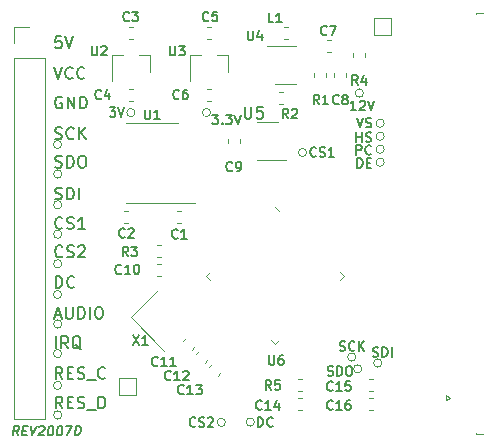
<source format=gbr>
%TF.GenerationSoftware,KiCad,Pcbnew,(5.1.6-0-10_14)*%
%TF.CreationDate,2020-07-08T18:10:58+02:00*%
%TF.ProjectId,driver-board,64726976-6572-42d6-926f-6172642e6b69,rev?*%
%TF.SameCoordinates,Original*%
%TF.FileFunction,Legend,Top*%
%TF.FilePolarity,Positive*%
%FSLAX46Y46*%
G04 Gerber Fmt 4.6, Leading zero omitted, Abs format (unit mm)*
G04 Created by KiCad (PCBNEW (5.1.6-0-10_14)) date 2020-07-08 18:10:58*
%MOMM*%
%LPD*%
G01*
G04 APERTURE LIST*
%ADD10C,0.150000*%
%ADD11C,0.120000*%
G04 APERTURE END LIST*
D10*
X111249880Y-84336904D02*
X111030833Y-83955952D01*
X110792738Y-84336904D02*
X110892738Y-83536904D01*
X111197500Y-83536904D01*
X111268928Y-83575000D01*
X111302261Y-83613095D01*
X111330833Y-83689285D01*
X111316547Y-83803571D01*
X111268928Y-83879761D01*
X111226071Y-83917857D01*
X111145119Y-83955952D01*
X110840357Y-83955952D01*
X111645119Y-83917857D02*
X111911785Y-83917857D01*
X111973690Y-84336904D02*
X111592738Y-84336904D01*
X111692738Y-83536904D01*
X112073690Y-83536904D01*
X112302261Y-83536904D02*
X112468928Y-84336904D01*
X112835595Y-83536904D01*
X113054642Y-83613095D02*
X113097500Y-83575000D01*
X113178452Y-83536904D01*
X113368928Y-83536904D01*
X113440357Y-83575000D01*
X113473690Y-83613095D01*
X113502261Y-83689285D01*
X113492738Y-83765476D01*
X113440357Y-83879761D01*
X112926071Y-84336904D01*
X113421309Y-84336904D01*
X114016547Y-83536904D02*
X114092738Y-83536904D01*
X114164166Y-83575000D01*
X114197500Y-83613095D01*
X114226071Y-83689285D01*
X114245119Y-83841666D01*
X114221309Y-84032142D01*
X114164166Y-84184523D01*
X114116547Y-84260714D01*
X114073690Y-84298809D01*
X113992738Y-84336904D01*
X113916547Y-84336904D01*
X113845119Y-84298809D01*
X113811785Y-84260714D01*
X113783214Y-84184523D01*
X113764166Y-84032142D01*
X113787976Y-83841666D01*
X113845119Y-83689285D01*
X113892738Y-83613095D01*
X113935595Y-83575000D01*
X114016547Y-83536904D01*
X114778452Y-83536904D02*
X114854642Y-83536904D01*
X114926071Y-83575000D01*
X114959404Y-83613095D01*
X114987976Y-83689285D01*
X115007023Y-83841666D01*
X114983214Y-84032142D01*
X114926071Y-84184523D01*
X114878452Y-84260714D01*
X114835595Y-84298809D01*
X114754642Y-84336904D01*
X114678452Y-84336904D01*
X114607023Y-84298809D01*
X114573690Y-84260714D01*
X114545119Y-84184523D01*
X114526071Y-84032142D01*
X114549880Y-83841666D01*
X114607023Y-83689285D01*
X114654642Y-83613095D01*
X114697500Y-83575000D01*
X114778452Y-83536904D01*
X115311785Y-83536904D02*
X115845119Y-83536904D01*
X115402261Y-84336904D01*
X116049880Y-84336904D02*
X116149880Y-83536904D01*
X116340357Y-83536904D01*
X116449880Y-83575000D01*
X116516547Y-83651190D01*
X116545119Y-83727380D01*
X116564166Y-83879761D01*
X116549880Y-83994047D01*
X116492738Y-84146428D01*
X116445119Y-84222619D01*
X116359404Y-84298809D01*
X116240357Y-84336904D01*
X116049880Y-84336904D01*
X131540476Y-83586904D02*
X131540476Y-82786904D01*
X131730952Y-82786904D01*
X131845238Y-82825000D01*
X131921428Y-82901190D01*
X131959523Y-82977380D01*
X131997619Y-83129761D01*
X131997619Y-83244047D01*
X131959523Y-83396428D01*
X131921428Y-83472619D01*
X131845238Y-83548809D01*
X131730952Y-83586904D01*
X131540476Y-83586904D01*
X132797619Y-83510714D02*
X132759523Y-83548809D01*
X132645238Y-83586904D01*
X132569047Y-83586904D01*
X132454761Y-83548809D01*
X132378571Y-83472619D01*
X132340476Y-83396428D01*
X132302380Y-83244047D01*
X132302380Y-83129761D01*
X132340476Y-82977380D01*
X132378571Y-82901190D01*
X132454761Y-82825000D01*
X132569047Y-82786904D01*
X132645238Y-82786904D01*
X132759523Y-82825000D01*
X132797619Y-82863095D01*
X126260714Y-83510714D02*
X126222619Y-83548809D01*
X126108333Y-83586904D01*
X126032142Y-83586904D01*
X125917857Y-83548809D01*
X125841666Y-83472619D01*
X125803571Y-83396428D01*
X125765476Y-83244047D01*
X125765476Y-83129761D01*
X125803571Y-82977380D01*
X125841666Y-82901190D01*
X125917857Y-82825000D01*
X126032142Y-82786904D01*
X126108333Y-82786904D01*
X126222619Y-82825000D01*
X126260714Y-82863095D01*
X126565476Y-83548809D02*
X126679761Y-83586904D01*
X126870238Y-83586904D01*
X126946428Y-83548809D01*
X126984523Y-83510714D01*
X127022619Y-83434523D01*
X127022619Y-83358333D01*
X126984523Y-83282142D01*
X126946428Y-83244047D01*
X126870238Y-83205952D01*
X126717857Y-83167857D01*
X126641666Y-83129761D01*
X126603571Y-83091666D01*
X126565476Y-83015476D01*
X126565476Y-82939285D01*
X126603571Y-82863095D01*
X126641666Y-82825000D01*
X126717857Y-82786904D01*
X126908333Y-82786904D01*
X127022619Y-82825000D01*
X127327380Y-82863095D02*
X127365476Y-82825000D01*
X127441666Y-82786904D01*
X127632142Y-82786904D01*
X127708333Y-82825000D01*
X127746428Y-82863095D01*
X127784523Y-82939285D01*
X127784523Y-83015476D01*
X127746428Y-83129761D01*
X127289285Y-83586904D01*
X127784523Y-83586904D01*
X137452380Y-79223809D02*
X137566666Y-79261904D01*
X137757142Y-79261904D01*
X137833333Y-79223809D01*
X137871428Y-79185714D01*
X137909523Y-79109523D01*
X137909523Y-79033333D01*
X137871428Y-78957142D01*
X137833333Y-78919047D01*
X137757142Y-78880952D01*
X137604761Y-78842857D01*
X137528571Y-78804761D01*
X137490476Y-78766666D01*
X137452380Y-78690476D01*
X137452380Y-78614285D01*
X137490476Y-78538095D01*
X137528571Y-78500000D01*
X137604761Y-78461904D01*
X137795238Y-78461904D01*
X137909523Y-78500000D01*
X138252380Y-79261904D02*
X138252380Y-78461904D01*
X138442857Y-78461904D01*
X138557142Y-78500000D01*
X138633333Y-78576190D01*
X138671428Y-78652380D01*
X138709523Y-78804761D01*
X138709523Y-78919047D01*
X138671428Y-79071428D01*
X138633333Y-79147619D01*
X138557142Y-79223809D01*
X138442857Y-79261904D01*
X138252380Y-79261904D01*
X139204761Y-78461904D02*
X139357142Y-78461904D01*
X139433333Y-78500000D01*
X139509523Y-78576190D01*
X139547619Y-78728571D01*
X139547619Y-78995238D01*
X139509523Y-79147619D01*
X139433333Y-79223809D01*
X139357142Y-79261904D01*
X139204761Y-79261904D01*
X139128571Y-79223809D01*
X139052380Y-79147619D01*
X139014285Y-78995238D01*
X139014285Y-78728571D01*
X139052380Y-78576190D01*
X139128571Y-78500000D01*
X139204761Y-78461904D01*
X141280952Y-77623809D02*
X141395238Y-77661904D01*
X141585714Y-77661904D01*
X141661904Y-77623809D01*
X141700000Y-77585714D01*
X141738095Y-77509523D01*
X141738095Y-77433333D01*
X141700000Y-77357142D01*
X141661904Y-77319047D01*
X141585714Y-77280952D01*
X141433333Y-77242857D01*
X141357142Y-77204761D01*
X141319047Y-77166666D01*
X141280952Y-77090476D01*
X141280952Y-77014285D01*
X141319047Y-76938095D01*
X141357142Y-76900000D01*
X141433333Y-76861904D01*
X141623809Y-76861904D01*
X141738095Y-76900000D01*
X142080952Y-77661904D02*
X142080952Y-76861904D01*
X142271428Y-76861904D01*
X142385714Y-76900000D01*
X142461904Y-76976190D01*
X142500000Y-77052380D01*
X142538095Y-77204761D01*
X142538095Y-77319047D01*
X142500000Y-77471428D01*
X142461904Y-77547619D01*
X142385714Y-77623809D01*
X142271428Y-77661904D01*
X142080952Y-77661904D01*
X142880952Y-77661904D02*
X142880952Y-76861904D01*
X138471428Y-77123809D02*
X138585714Y-77161904D01*
X138776190Y-77161904D01*
X138852380Y-77123809D01*
X138890476Y-77085714D01*
X138928571Y-77009523D01*
X138928571Y-76933333D01*
X138890476Y-76857142D01*
X138852380Y-76819047D01*
X138776190Y-76780952D01*
X138623809Y-76742857D01*
X138547619Y-76704761D01*
X138509523Y-76666666D01*
X138471428Y-76590476D01*
X138471428Y-76514285D01*
X138509523Y-76438095D01*
X138547619Y-76400000D01*
X138623809Y-76361904D01*
X138814285Y-76361904D01*
X138928571Y-76400000D01*
X139728571Y-77085714D02*
X139690476Y-77123809D01*
X139576190Y-77161904D01*
X139500000Y-77161904D01*
X139385714Y-77123809D01*
X139309523Y-77047619D01*
X139271428Y-76971428D01*
X139233333Y-76819047D01*
X139233333Y-76704761D01*
X139271428Y-76552380D01*
X139309523Y-76476190D01*
X139385714Y-76400000D01*
X139500000Y-76361904D01*
X139576190Y-76361904D01*
X139690476Y-76400000D01*
X139728571Y-76438095D01*
X140071428Y-77161904D02*
X140071428Y-76361904D01*
X140528571Y-77161904D02*
X140185714Y-76704761D01*
X140528571Y-76361904D02*
X140071428Y-76819047D01*
X136470119Y-60660714D02*
X136432023Y-60698809D01*
X136317738Y-60736904D01*
X136241547Y-60736904D01*
X136127261Y-60698809D01*
X136051071Y-60622619D01*
X136012976Y-60546428D01*
X135974880Y-60394047D01*
X135974880Y-60279761D01*
X136012976Y-60127380D01*
X136051071Y-60051190D01*
X136127261Y-59975000D01*
X136241547Y-59936904D01*
X136317738Y-59936904D01*
X136432023Y-59975000D01*
X136470119Y-60013095D01*
X136774880Y-60698809D02*
X136889166Y-60736904D01*
X137079642Y-60736904D01*
X137155833Y-60698809D01*
X137193928Y-60660714D01*
X137232023Y-60584523D01*
X137232023Y-60508333D01*
X137193928Y-60432142D01*
X137155833Y-60394047D01*
X137079642Y-60355952D01*
X136927261Y-60317857D01*
X136851071Y-60279761D01*
X136812976Y-60241666D01*
X136774880Y-60165476D01*
X136774880Y-60089285D01*
X136812976Y-60013095D01*
X136851071Y-59975000D01*
X136927261Y-59936904D01*
X137117738Y-59936904D01*
X137232023Y-59975000D01*
X137993928Y-60736904D02*
X137536785Y-60736904D01*
X137765357Y-60736904D02*
X137765357Y-59936904D01*
X137689166Y-60051190D01*
X137612976Y-60127380D01*
X137536785Y-60165476D01*
X139969166Y-61661904D02*
X139969166Y-60861904D01*
X140159642Y-60861904D01*
X140273928Y-60900000D01*
X140350119Y-60976190D01*
X140388214Y-61052380D01*
X140426309Y-61204761D01*
X140426309Y-61319047D01*
X140388214Y-61471428D01*
X140350119Y-61547619D01*
X140273928Y-61623809D01*
X140159642Y-61661904D01*
X139969166Y-61661904D01*
X140769166Y-61242857D02*
X141035833Y-61242857D01*
X141150119Y-61661904D02*
X140769166Y-61661904D01*
X140769166Y-60861904D01*
X141150119Y-60861904D01*
X139892976Y-60561904D02*
X139892976Y-59761904D01*
X140197738Y-59761904D01*
X140273928Y-59800000D01*
X140312023Y-59838095D01*
X140350119Y-59914285D01*
X140350119Y-60028571D01*
X140312023Y-60104761D01*
X140273928Y-60142857D01*
X140197738Y-60180952D01*
X139892976Y-60180952D01*
X141150119Y-60485714D02*
X141112023Y-60523809D01*
X140997738Y-60561904D01*
X140921547Y-60561904D01*
X140807261Y-60523809D01*
X140731071Y-60447619D01*
X140692976Y-60371428D01*
X140654880Y-60219047D01*
X140654880Y-60104761D01*
X140692976Y-59952380D01*
X140731071Y-59876190D01*
X140807261Y-59800000D01*
X140921547Y-59761904D01*
X140997738Y-59761904D01*
X141112023Y-59800000D01*
X141150119Y-59838095D01*
X139892976Y-59461904D02*
X139892976Y-58661904D01*
X139892976Y-59042857D02*
X140350119Y-59042857D01*
X140350119Y-59461904D02*
X140350119Y-58661904D01*
X140692976Y-59423809D02*
X140807261Y-59461904D01*
X140997738Y-59461904D01*
X141073928Y-59423809D01*
X141112023Y-59385714D01*
X141150119Y-59309523D01*
X141150119Y-59233333D01*
X141112023Y-59157142D01*
X141073928Y-59119047D01*
X140997738Y-59080952D01*
X140845357Y-59042857D01*
X140769166Y-59004761D01*
X140731071Y-58966666D01*
X140692976Y-58890476D01*
X140692976Y-58814285D01*
X140731071Y-58738095D01*
X140769166Y-58700000D01*
X140845357Y-58661904D01*
X141035833Y-58661904D01*
X141150119Y-58700000D01*
X139931071Y-57461904D02*
X140197738Y-58261904D01*
X140464404Y-57461904D01*
X140692976Y-58223809D02*
X140807261Y-58261904D01*
X140997738Y-58261904D01*
X141073928Y-58223809D01*
X141112023Y-58185714D01*
X141150119Y-58109523D01*
X141150119Y-58033333D01*
X141112023Y-57957142D01*
X141073928Y-57919047D01*
X140997738Y-57880952D01*
X140845357Y-57842857D01*
X140769166Y-57804761D01*
X140731071Y-57766666D01*
X140692976Y-57690476D01*
X140692976Y-57614285D01*
X140731071Y-57538095D01*
X140769166Y-57500000D01*
X140845357Y-57461904D01*
X141035833Y-57461904D01*
X141150119Y-57500000D01*
X139854761Y-56786904D02*
X139397619Y-56786904D01*
X139626190Y-56786904D02*
X139626190Y-55986904D01*
X139550000Y-56101190D01*
X139473809Y-56177380D01*
X139397619Y-56215476D01*
X140159523Y-56063095D02*
X140197619Y-56025000D01*
X140273809Y-55986904D01*
X140464285Y-55986904D01*
X140540476Y-56025000D01*
X140578571Y-56063095D01*
X140616666Y-56139285D01*
X140616666Y-56215476D01*
X140578571Y-56329761D01*
X140121428Y-56786904D01*
X140616666Y-56786904D01*
X140845238Y-55986904D02*
X141111904Y-56786904D01*
X141378571Y-55986904D01*
X127694047Y-57161904D02*
X128189285Y-57161904D01*
X127922619Y-57466666D01*
X128036904Y-57466666D01*
X128113095Y-57504761D01*
X128151190Y-57542857D01*
X128189285Y-57619047D01*
X128189285Y-57809523D01*
X128151190Y-57885714D01*
X128113095Y-57923809D01*
X128036904Y-57961904D01*
X127808333Y-57961904D01*
X127732142Y-57923809D01*
X127694047Y-57885714D01*
X128532142Y-57885714D02*
X128570238Y-57923809D01*
X128532142Y-57961904D01*
X128494047Y-57923809D01*
X128532142Y-57885714D01*
X128532142Y-57961904D01*
X128836904Y-57161904D02*
X129332142Y-57161904D01*
X129065476Y-57466666D01*
X129179761Y-57466666D01*
X129255952Y-57504761D01*
X129294047Y-57542857D01*
X129332142Y-57619047D01*
X129332142Y-57809523D01*
X129294047Y-57885714D01*
X129255952Y-57923809D01*
X129179761Y-57961904D01*
X128951190Y-57961904D01*
X128875000Y-57923809D01*
X128836904Y-57885714D01*
X129560714Y-57161904D02*
X129827380Y-57961904D01*
X130094047Y-57161904D01*
X118990476Y-56561904D02*
X119485714Y-56561904D01*
X119219047Y-56866666D01*
X119333333Y-56866666D01*
X119409523Y-56904761D01*
X119447619Y-56942857D01*
X119485714Y-57019047D01*
X119485714Y-57209523D01*
X119447619Y-57285714D01*
X119409523Y-57323809D01*
X119333333Y-57361904D01*
X119104761Y-57361904D01*
X119028571Y-57323809D01*
X118990476Y-57285714D01*
X119714285Y-56561904D02*
X119980952Y-57361904D01*
X120247619Y-56561904D01*
X115007023Y-82052380D02*
X114673690Y-81576190D01*
X114435595Y-82052380D02*
X114435595Y-81052380D01*
X114816547Y-81052380D01*
X114911785Y-81100000D01*
X114959404Y-81147619D01*
X115007023Y-81242857D01*
X115007023Y-81385714D01*
X114959404Y-81480952D01*
X114911785Y-81528571D01*
X114816547Y-81576190D01*
X114435595Y-81576190D01*
X115435595Y-81528571D02*
X115768928Y-81528571D01*
X115911785Y-82052380D02*
X115435595Y-82052380D01*
X115435595Y-81052380D01*
X115911785Y-81052380D01*
X116292738Y-82004761D02*
X116435595Y-82052380D01*
X116673690Y-82052380D01*
X116768928Y-82004761D01*
X116816547Y-81957142D01*
X116864166Y-81861904D01*
X116864166Y-81766666D01*
X116816547Y-81671428D01*
X116768928Y-81623809D01*
X116673690Y-81576190D01*
X116483214Y-81528571D01*
X116387976Y-81480952D01*
X116340357Y-81433333D01*
X116292738Y-81338095D01*
X116292738Y-81242857D01*
X116340357Y-81147619D01*
X116387976Y-81100000D01*
X116483214Y-81052380D01*
X116721309Y-81052380D01*
X116864166Y-81100000D01*
X117054642Y-82147619D02*
X117816547Y-82147619D01*
X118054642Y-82052380D02*
X118054642Y-81052380D01*
X118292738Y-81052380D01*
X118435595Y-81100000D01*
X118530833Y-81195238D01*
X118578452Y-81290476D01*
X118626071Y-81480952D01*
X118626071Y-81623809D01*
X118578452Y-81814285D01*
X118530833Y-81909523D01*
X118435595Y-82004761D01*
X118292738Y-82052380D01*
X118054642Y-82052380D01*
X115007023Y-79552380D02*
X114673690Y-79076190D01*
X114435595Y-79552380D02*
X114435595Y-78552380D01*
X114816547Y-78552380D01*
X114911785Y-78600000D01*
X114959404Y-78647619D01*
X115007023Y-78742857D01*
X115007023Y-78885714D01*
X114959404Y-78980952D01*
X114911785Y-79028571D01*
X114816547Y-79076190D01*
X114435595Y-79076190D01*
X115435595Y-79028571D02*
X115768928Y-79028571D01*
X115911785Y-79552380D02*
X115435595Y-79552380D01*
X115435595Y-78552380D01*
X115911785Y-78552380D01*
X116292738Y-79504761D02*
X116435595Y-79552380D01*
X116673690Y-79552380D01*
X116768928Y-79504761D01*
X116816547Y-79457142D01*
X116864166Y-79361904D01*
X116864166Y-79266666D01*
X116816547Y-79171428D01*
X116768928Y-79123809D01*
X116673690Y-79076190D01*
X116483214Y-79028571D01*
X116387976Y-78980952D01*
X116340357Y-78933333D01*
X116292738Y-78838095D01*
X116292738Y-78742857D01*
X116340357Y-78647619D01*
X116387976Y-78600000D01*
X116483214Y-78552380D01*
X116721309Y-78552380D01*
X116864166Y-78600000D01*
X117054642Y-79647619D02*
X117816547Y-79647619D01*
X118626071Y-79457142D02*
X118578452Y-79504761D01*
X118435595Y-79552380D01*
X118340357Y-79552380D01*
X118197500Y-79504761D01*
X118102261Y-79409523D01*
X118054642Y-79314285D01*
X118007023Y-79123809D01*
X118007023Y-78980952D01*
X118054642Y-78790476D01*
X118102261Y-78695238D01*
X118197500Y-78600000D01*
X118340357Y-78552380D01*
X118435595Y-78552380D01*
X118578452Y-78600000D01*
X118626071Y-78647619D01*
X114435595Y-76952380D02*
X114435595Y-75952380D01*
X115483214Y-76952380D02*
X115149880Y-76476190D01*
X114911785Y-76952380D02*
X114911785Y-75952380D01*
X115292738Y-75952380D01*
X115387976Y-76000000D01*
X115435595Y-76047619D01*
X115483214Y-76142857D01*
X115483214Y-76285714D01*
X115435595Y-76380952D01*
X115387976Y-76428571D01*
X115292738Y-76476190D01*
X114911785Y-76476190D01*
X116578452Y-77047619D02*
X116483214Y-77000000D01*
X116387976Y-76904761D01*
X116245119Y-76761904D01*
X116149880Y-76714285D01*
X116054642Y-76714285D01*
X116102261Y-76952380D02*
X116007023Y-76904761D01*
X115911785Y-76809523D01*
X115864166Y-76619047D01*
X115864166Y-76285714D01*
X115911785Y-76095238D01*
X116007023Y-76000000D01*
X116102261Y-75952380D01*
X116292738Y-75952380D01*
X116387976Y-76000000D01*
X116483214Y-76095238D01*
X116530833Y-76285714D01*
X116530833Y-76619047D01*
X116483214Y-76809523D01*
X116387976Y-76904761D01*
X116292738Y-76952380D01*
X116102261Y-76952380D01*
X114911785Y-50552380D02*
X114435595Y-50552380D01*
X114387976Y-51028571D01*
X114435595Y-50980952D01*
X114530833Y-50933333D01*
X114768928Y-50933333D01*
X114864166Y-50980952D01*
X114911785Y-51028571D01*
X114959404Y-51123809D01*
X114959404Y-51361904D01*
X114911785Y-51457142D01*
X114864166Y-51504761D01*
X114768928Y-51552380D01*
X114530833Y-51552380D01*
X114435595Y-51504761D01*
X114387976Y-51457142D01*
X115245119Y-50552380D02*
X115578452Y-51552380D01*
X115911785Y-50552380D01*
X114292738Y-53152380D02*
X114626071Y-54152380D01*
X114959404Y-53152380D01*
X115864166Y-54057142D02*
X115816547Y-54104761D01*
X115673690Y-54152380D01*
X115578452Y-54152380D01*
X115435595Y-54104761D01*
X115340357Y-54009523D01*
X115292738Y-53914285D01*
X115245119Y-53723809D01*
X115245119Y-53580952D01*
X115292738Y-53390476D01*
X115340357Y-53295238D01*
X115435595Y-53200000D01*
X115578452Y-53152380D01*
X115673690Y-53152380D01*
X115816547Y-53200000D01*
X115864166Y-53247619D01*
X116864166Y-54057142D02*
X116816547Y-54104761D01*
X116673690Y-54152380D01*
X116578452Y-54152380D01*
X116435595Y-54104761D01*
X116340357Y-54009523D01*
X116292738Y-53914285D01*
X116245119Y-53723809D01*
X116245119Y-53580952D01*
X116292738Y-53390476D01*
X116340357Y-53295238D01*
X116435595Y-53200000D01*
X116578452Y-53152380D01*
X116673690Y-53152380D01*
X116816547Y-53200000D01*
X116864166Y-53247619D01*
X114959404Y-55700000D02*
X114864166Y-55652380D01*
X114721309Y-55652380D01*
X114578452Y-55700000D01*
X114483214Y-55795238D01*
X114435595Y-55890476D01*
X114387976Y-56080952D01*
X114387976Y-56223809D01*
X114435595Y-56414285D01*
X114483214Y-56509523D01*
X114578452Y-56604761D01*
X114721309Y-56652380D01*
X114816547Y-56652380D01*
X114959404Y-56604761D01*
X115007023Y-56557142D01*
X115007023Y-56223809D01*
X114816547Y-56223809D01*
X115435595Y-56652380D02*
X115435595Y-55652380D01*
X116007023Y-56652380D01*
X116007023Y-55652380D01*
X116483214Y-56652380D02*
X116483214Y-55652380D01*
X116721309Y-55652380D01*
X116864166Y-55700000D01*
X116959404Y-55795238D01*
X117007023Y-55890476D01*
X117054642Y-56080952D01*
X117054642Y-56223809D01*
X117007023Y-56414285D01*
X116959404Y-56509523D01*
X116864166Y-56604761D01*
X116721309Y-56652380D01*
X116483214Y-56652380D01*
X114387976Y-59204761D02*
X114530833Y-59252380D01*
X114768928Y-59252380D01*
X114864166Y-59204761D01*
X114911785Y-59157142D01*
X114959404Y-59061904D01*
X114959404Y-58966666D01*
X114911785Y-58871428D01*
X114864166Y-58823809D01*
X114768928Y-58776190D01*
X114578452Y-58728571D01*
X114483214Y-58680952D01*
X114435595Y-58633333D01*
X114387976Y-58538095D01*
X114387976Y-58442857D01*
X114435595Y-58347619D01*
X114483214Y-58300000D01*
X114578452Y-58252380D01*
X114816547Y-58252380D01*
X114959404Y-58300000D01*
X115959404Y-59157142D02*
X115911785Y-59204761D01*
X115768928Y-59252380D01*
X115673690Y-59252380D01*
X115530833Y-59204761D01*
X115435595Y-59109523D01*
X115387976Y-59014285D01*
X115340357Y-58823809D01*
X115340357Y-58680952D01*
X115387976Y-58490476D01*
X115435595Y-58395238D01*
X115530833Y-58300000D01*
X115673690Y-58252380D01*
X115768928Y-58252380D01*
X115911785Y-58300000D01*
X115959404Y-58347619D01*
X116387976Y-59252380D02*
X116387976Y-58252380D01*
X116959404Y-59252380D02*
X116530833Y-58680952D01*
X116959404Y-58252380D02*
X116387976Y-58823809D01*
X114387976Y-61604761D02*
X114530833Y-61652380D01*
X114768928Y-61652380D01*
X114864166Y-61604761D01*
X114911785Y-61557142D01*
X114959404Y-61461904D01*
X114959404Y-61366666D01*
X114911785Y-61271428D01*
X114864166Y-61223809D01*
X114768928Y-61176190D01*
X114578452Y-61128571D01*
X114483214Y-61080952D01*
X114435595Y-61033333D01*
X114387976Y-60938095D01*
X114387976Y-60842857D01*
X114435595Y-60747619D01*
X114483214Y-60700000D01*
X114578452Y-60652380D01*
X114816547Y-60652380D01*
X114959404Y-60700000D01*
X115387976Y-61652380D02*
X115387976Y-60652380D01*
X115626071Y-60652380D01*
X115768928Y-60700000D01*
X115864166Y-60795238D01*
X115911785Y-60890476D01*
X115959404Y-61080952D01*
X115959404Y-61223809D01*
X115911785Y-61414285D01*
X115864166Y-61509523D01*
X115768928Y-61604761D01*
X115626071Y-61652380D01*
X115387976Y-61652380D01*
X116578452Y-60652380D02*
X116768928Y-60652380D01*
X116864166Y-60700000D01*
X116959404Y-60795238D01*
X117007023Y-60985714D01*
X117007023Y-61319047D01*
X116959404Y-61509523D01*
X116864166Y-61604761D01*
X116768928Y-61652380D01*
X116578452Y-61652380D01*
X116483214Y-61604761D01*
X116387976Y-61509523D01*
X116340357Y-61319047D01*
X116340357Y-60985714D01*
X116387976Y-60795238D01*
X116483214Y-60700000D01*
X116578452Y-60652380D01*
X114387976Y-64304761D02*
X114530833Y-64352380D01*
X114768928Y-64352380D01*
X114864166Y-64304761D01*
X114911785Y-64257142D01*
X114959404Y-64161904D01*
X114959404Y-64066666D01*
X114911785Y-63971428D01*
X114864166Y-63923809D01*
X114768928Y-63876190D01*
X114578452Y-63828571D01*
X114483214Y-63780952D01*
X114435595Y-63733333D01*
X114387976Y-63638095D01*
X114387976Y-63542857D01*
X114435595Y-63447619D01*
X114483214Y-63400000D01*
X114578452Y-63352380D01*
X114816547Y-63352380D01*
X114959404Y-63400000D01*
X115387976Y-64352380D02*
X115387976Y-63352380D01*
X115626071Y-63352380D01*
X115768928Y-63400000D01*
X115864166Y-63495238D01*
X115911785Y-63590476D01*
X115959404Y-63780952D01*
X115959404Y-63923809D01*
X115911785Y-64114285D01*
X115864166Y-64209523D01*
X115768928Y-64304761D01*
X115626071Y-64352380D01*
X115387976Y-64352380D01*
X116387976Y-64352380D02*
X116387976Y-63352380D01*
X115007023Y-66757142D02*
X114959404Y-66804761D01*
X114816547Y-66852380D01*
X114721309Y-66852380D01*
X114578452Y-66804761D01*
X114483214Y-66709523D01*
X114435595Y-66614285D01*
X114387976Y-66423809D01*
X114387976Y-66280952D01*
X114435595Y-66090476D01*
X114483214Y-65995238D01*
X114578452Y-65900000D01*
X114721309Y-65852380D01*
X114816547Y-65852380D01*
X114959404Y-65900000D01*
X115007023Y-65947619D01*
X115387976Y-66804761D02*
X115530833Y-66852380D01*
X115768928Y-66852380D01*
X115864166Y-66804761D01*
X115911785Y-66757142D01*
X115959404Y-66661904D01*
X115959404Y-66566666D01*
X115911785Y-66471428D01*
X115864166Y-66423809D01*
X115768928Y-66376190D01*
X115578452Y-66328571D01*
X115483214Y-66280952D01*
X115435595Y-66233333D01*
X115387976Y-66138095D01*
X115387976Y-66042857D01*
X115435595Y-65947619D01*
X115483214Y-65900000D01*
X115578452Y-65852380D01*
X115816547Y-65852380D01*
X115959404Y-65900000D01*
X116911785Y-66852380D02*
X116340357Y-66852380D01*
X116626071Y-66852380D02*
X116626071Y-65852380D01*
X116530833Y-65995238D01*
X116435595Y-66090476D01*
X116340357Y-66138095D01*
X115007023Y-69157142D02*
X114959404Y-69204761D01*
X114816547Y-69252380D01*
X114721309Y-69252380D01*
X114578452Y-69204761D01*
X114483214Y-69109523D01*
X114435595Y-69014285D01*
X114387976Y-68823809D01*
X114387976Y-68680952D01*
X114435595Y-68490476D01*
X114483214Y-68395238D01*
X114578452Y-68300000D01*
X114721309Y-68252380D01*
X114816547Y-68252380D01*
X114959404Y-68300000D01*
X115007023Y-68347619D01*
X115387976Y-69204761D02*
X115530833Y-69252380D01*
X115768928Y-69252380D01*
X115864166Y-69204761D01*
X115911785Y-69157142D01*
X115959404Y-69061904D01*
X115959404Y-68966666D01*
X115911785Y-68871428D01*
X115864166Y-68823809D01*
X115768928Y-68776190D01*
X115578452Y-68728571D01*
X115483214Y-68680952D01*
X115435595Y-68633333D01*
X115387976Y-68538095D01*
X115387976Y-68442857D01*
X115435595Y-68347619D01*
X115483214Y-68300000D01*
X115578452Y-68252380D01*
X115816547Y-68252380D01*
X115959404Y-68300000D01*
X116340357Y-68347619D02*
X116387976Y-68300000D01*
X116483214Y-68252380D01*
X116721309Y-68252380D01*
X116816547Y-68300000D01*
X116864166Y-68347619D01*
X116911785Y-68442857D01*
X116911785Y-68538095D01*
X116864166Y-68680952D01*
X116292738Y-69252380D01*
X116911785Y-69252380D01*
X114435595Y-71852380D02*
X114435595Y-70852380D01*
X114673690Y-70852380D01*
X114816547Y-70900000D01*
X114911785Y-70995238D01*
X114959404Y-71090476D01*
X115007023Y-71280952D01*
X115007023Y-71423809D01*
X114959404Y-71614285D01*
X114911785Y-71709523D01*
X114816547Y-71804761D01*
X114673690Y-71852380D01*
X114435595Y-71852380D01*
X116007023Y-71757142D02*
X115959404Y-71804761D01*
X115816547Y-71852380D01*
X115721309Y-71852380D01*
X115578452Y-71804761D01*
X115483214Y-71709523D01*
X115435595Y-71614285D01*
X115387976Y-71423809D01*
X115387976Y-71280952D01*
X115435595Y-71090476D01*
X115483214Y-70995238D01*
X115578452Y-70900000D01*
X115721309Y-70852380D01*
X115816547Y-70852380D01*
X115959404Y-70900000D01*
X116007023Y-70947619D01*
X114387976Y-74166666D02*
X114864166Y-74166666D01*
X114292738Y-74452380D02*
X114626071Y-73452380D01*
X114959404Y-74452380D01*
X115292738Y-73452380D02*
X115292738Y-74261904D01*
X115340357Y-74357142D01*
X115387976Y-74404761D01*
X115483214Y-74452380D01*
X115673690Y-74452380D01*
X115768928Y-74404761D01*
X115816547Y-74357142D01*
X115864166Y-74261904D01*
X115864166Y-73452380D01*
X116340357Y-74452380D02*
X116340357Y-73452380D01*
X116578452Y-73452380D01*
X116721309Y-73500000D01*
X116816547Y-73595238D01*
X116864166Y-73690476D01*
X116911785Y-73880952D01*
X116911785Y-74023809D01*
X116864166Y-74214285D01*
X116816547Y-74309523D01*
X116721309Y-74404761D01*
X116578452Y-74452380D01*
X116340357Y-74452380D01*
X117340357Y-74452380D02*
X117340357Y-73452380D01*
X118007023Y-73452380D02*
X118197500Y-73452380D01*
X118292738Y-73500000D01*
X118387976Y-73595238D01*
X118435595Y-73785714D01*
X118435595Y-74119047D01*
X118387976Y-74309523D01*
X118292738Y-74404761D01*
X118197500Y-74452380D01*
X118007023Y-74452380D01*
X117911785Y-74404761D01*
X117816547Y-74309523D01*
X117768928Y-74119047D01*
X117768928Y-73785714D01*
X117816547Y-73595238D01*
X117911785Y-73500000D01*
X118007023Y-73452380D01*
D11*
%TO.C,C1*%
X124737221Y-65290000D02*
X125062779Y-65290000D01*
X124737221Y-66310000D02*
X125062779Y-66310000D01*
%TO.C,C2*%
X120562779Y-66310000D02*
X120237221Y-66310000D01*
X120562779Y-65290000D02*
X120237221Y-65290000D01*
%TO.C,C3*%
X120962779Y-49790000D02*
X120637221Y-49790000D01*
X120962779Y-50810000D02*
X120637221Y-50810000D01*
%TO.C,C4*%
X120962779Y-56010000D02*
X120637221Y-56010000D01*
X120962779Y-54990000D02*
X120637221Y-54990000D01*
%TO.C,C5*%
X127562779Y-49790000D02*
X127237221Y-49790000D01*
X127562779Y-50810000D02*
X127237221Y-50810000D01*
%TO.C,C6*%
X127562779Y-56010000D02*
X127237221Y-56010000D01*
X127562779Y-54990000D02*
X127237221Y-54990000D01*
%TO.C,C7*%
X137437221Y-51910000D02*
X137762779Y-51910000D01*
X137437221Y-50890000D02*
X137762779Y-50890000D01*
%TO.C,C8*%
X137990000Y-53637221D02*
X137990000Y-53962779D01*
X139010000Y-53637221D02*
X139010000Y-53962779D01*
%TO.C,C9*%
X128990000Y-59562779D02*
X128990000Y-59237221D01*
X130010000Y-59562779D02*
X130010000Y-59237221D01*
%TO.C,C10*%
X123362779Y-69790000D02*
X123037221Y-69790000D01*
X123362779Y-70810000D02*
X123037221Y-70810000D01*
%TO.C,C11*%
X126175727Y-76845522D02*
X125945522Y-77075727D01*
X125454478Y-76124273D02*
X125224273Y-76354478D01*
%TO.C,C12*%
X127275727Y-77945522D02*
X127045522Y-78175727D01*
X126554478Y-77224273D02*
X126324273Y-77454478D01*
%TO.C,C13*%
X127654478Y-78324273D02*
X127424273Y-78554478D01*
X128375727Y-79045522D02*
X128145522Y-79275727D01*
%TO.C,C14*%
X134937221Y-82210000D02*
X135262779Y-82210000D01*
X134937221Y-81190000D02*
X135262779Y-81190000D01*
%TO.C,C15*%
X141262779Y-80610000D02*
X140937221Y-80610000D01*
X141262779Y-79590000D02*
X140937221Y-79590000D01*
%TO.C,C16*%
X141262779Y-81190000D02*
X140937221Y-81190000D01*
X141262779Y-82210000D02*
X140937221Y-82210000D01*
%TO.C,L1*%
X134062779Y-50810000D02*
X133737221Y-50810000D01*
X134062779Y-49790000D02*
X133737221Y-49790000D01*
%TO.C,R1*%
X136290000Y-53637221D02*
X136290000Y-53962779D01*
X137310000Y-53637221D02*
X137310000Y-53962779D01*
%TO.C,R2*%
X133662779Y-56310000D02*
X133337221Y-56310000D01*
X133662779Y-55290000D02*
X133337221Y-55290000D01*
%TO.C,R3*%
X123362779Y-69210000D02*
X123037221Y-69210000D01*
X123362779Y-68190000D02*
X123037221Y-68190000D01*
%TO.C,R4*%
X139590000Y-51987221D02*
X139590000Y-52312779D01*
X140610000Y-51987221D02*
X140610000Y-52312779D01*
%TO.C,R5*%
X135262779Y-80610000D02*
X134937221Y-80610000D01*
X135262779Y-79590000D02*
X134937221Y-79590000D01*
%TO.C,U1*%
X122600000Y-57915000D02*
X120400000Y-57915000D01*
X122600000Y-57915000D02*
X124800000Y-57915000D01*
X122600000Y-64685000D02*
X120400000Y-64685000D01*
X122600000Y-64685000D02*
X126200000Y-64685000D01*
%TO.C,U2*%
X122380000Y-52140000D02*
X122380000Y-53600000D01*
X119220000Y-52140000D02*
X119220000Y-54300000D01*
X119220000Y-52140000D02*
X120150000Y-52140000D01*
X122380000Y-52140000D02*
X121450000Y-52140000D01*
%TO.C,U3*%
X128980000Y-52140000D02*
X128050000Y-52140000D01*
X125820000Y-52140000D02*
X126750000Y-52140000D01*
X125820000Y-52140000D02*
X125820000Y-54300000D01*
X128980000Y-52140000D02*
X128980000Y-53600000D01*
%TO.C,U4*%
X133000000Y-54610000D02*
X134800000Y-54610000D01*
X134800000Y-51390000D02*
X132350000Y-51390000D01*
%TO.C,U6*%
X133335876Y-65323458D02*
X133000000Y-64987582D01*
X133000000Y-76612418D02*
X133335876Y-76276542D01*
X132664124Y-76276542D02*
X133000000Y-76612418D01*
X127187582Y-70800000D02*
X127523458Y-70464124D01*
X127523458Y-71135876D02*
X127187582Y-70800000D01*
X138812418Y-70800000D02*
X138476542Y-71135876D01*
X138476542Y-70464124D02*
X138812418Y-70800000D01*
%TO.C,X1*%
X123131371Y-71995837D02*
X120797918Y-74329290D01*
X120797918Y-74329290D02*
X123626345Y-77157717D01*
%TO.C,TP1*%
X140500000Y-55350000D02*
G75*
G03*
X140500000Y-55350000I-350000J0D01*
G01*
%TO.C,TP2*%
X127550000Y-57000000D02*
G75*
G03*
X127550000Y-57000000I-350000J0D01*
G01*
%TO.C,TP3*%
X121150000Y-57000000D02*
G75*
G03*
X121150000Y-57000000I-350000J0D01*
G01*
%TO.C,TP4*%
X119800000Y-80900000D02*
X119800000Y-79500000D01*
X121200000Y-80900000D02*
X119800000Y-80900000D01*
X121200000Y-79500000D02*
X121200000Y-80900000D01*
X119800000Y-79500000D02*
X121200000Y-79500000D01*
%TO.C,TP5*%
X141400000Y-49000000D02*
X142800000Y-49000000D01*
X142800000Y-49000000D02*
X142800000Y-50400000D01*
X142800000Y-50400000D02*
X141400000Y-50400000D01*
X141400000Y-50400000D02*
X141400000Y-49000000D01*
%TO.C,TP6*%
X114950000Y-59700000D02*
G75*
G03*
X114950000Y-59700000I-350000J0D01*
G01*
%TO.C,TP7*%
X139850000Y-77700000D02*
G75*
G03*
X139850000Y-77700000I-350000J0D01*
G01*
%TO.C,TP8*%
X114950000Y-67300000D02*
G75*
G03*
X114950000Y-67300000I-350000J0D01*
G01*
%TO.C,TP9*%
X135675000Y-60375000D02*
G75*
G03*
X135675000Y-60375000I-350000J0D01*
G01*
%TO.C,TP10*%
X114950000Y-69800000D02*
G75*
G03*
X114950000Y-69800000I-350000J0D01*
G01*
%TO.C,TP11*%
X128800000Y-83225000D02*
G75*
G03*
X128800000Y-83225000I-350000J0D01*
G01*
%TO.C,TP12*%
X114950000Y-72400000D02*
G75*
G03*
X114950000Y-72400000I-350000J0D01*
G01*
%TO.C,TP13*%
X131250000Y-83200000D02*
G75*
G03*
X131250000Y-83200000I-350000J0D01*
G01*
%TO.C,TP14*%
X114950000Y-62200000D02*
G75*
G03*
X114950000Y-62200000I-350000J0D01*
G01*
%TO.C,TP15*%
X140350000Y-78700000D02*
G75*
G03*
X140350000Y-78700000I-350000J0D01*
G01*
%TO.C,TP16*%
X114950000Y-64800000D02*
G75*
G03*
X114950000Y-64800000I-350000J0D01*
G01*
%TO.C,TP17*%
X142050000Y-78200000D02*
G75*
G03*
X142050000Y-78200000I-350000J0D01*
G01*
%TO.C,TP18*%
X142250000Y-61200000D02*
G75*
G03*
X142250000Y-61200000I-350000J0D01*
G01*
%TO.C,TP19*%
X114950000Y-82600000D02*
G75*
G03*
X114950000Y-82600000I-350000J0D01*
G01*
%TO.C,TP20*%
X142250000Y-59000000D02*
G75*
G03*
X142250000Y-59000000I-350000J0D01*
G01*
%TO.C,TP21*%
X114950000Y-74900000D02*
G75*
G03*
X114950000Y-74900000I-350000J0D01*
G01*
%TO.C,TP22*%
X142250000Y-57900000D02*
G75*
G03*
X142250000Y-57900000I-350000J0D01*
G01*
%TO.C,TP23*%
X142250000Y-60100000D02*
G75*
G03*
X142250000Y-60100000I-350000J0D01*
G01*
%TO.C,U7*%
X150040000Y-84115000D02*
X150040000Y-84225000D01*
X150040000Y-84225000D02*
X150640000Y-84225000D01*
X150040000Y-48685000D02*
X150040000Y-48575000D01*
X150040000Y-48575000D02*
X150640000Y-48575000D01*
X147450000Y-81350000D02*
X147850000Y-81150000D01*
X147850000Y-81150000D02*
X147450000Y-80950000D01*
X147450000Y-80950000D02*
X147450000Y-81350000D01*
%TO.C,J1*%
X110870000Y-49770000D02*
X112200000Y-49770000D01*
X110870000Y-51100000D02*
X110870000Y-49770000D01*
X110870000Y-52370000D02*
X113530000Y-52370000D01*
X113530000Y-52370000D02*
X113530000Y-82910000D01*
X110870000Y-52370000D02*
X110870000Y-82910000D01*
X110870000Y-82910000D02*
X113530000Y-82910000D01*
%TO.C,TP24*%
X114950000Y-80100000D02*
G75*
G03*
X114950000Y-80100000I-350000J0D01*
G01*
%TO.C,TP25*%
X114950000Y-77400000D02*
G75*
G03*
X114950000Y-77400000I-350000J0D01*
G01*
%TO.C,U5*%
X131450000Y-61035000D02*
X133900000Y-61035000D01*
X133250000Y-57815000D02*
X131450000Y-57815000D01*
%TO.C,C1*%
D10*
X124766666Y-67585714D02*
X124728571Y-67623809D01*
X124614285Y-67661904D01*
X124538095Y-67661904D01*
X124423809Y-67623809D01*
X124347619Y-67547619D01*
X124309523Y-67471428D01*
X124271428Y-67319047D01*
X124271428Y-67204761D01*
X124309523Y-67052380D01*
X124347619Y-66976190D01*
X124423809Y-66900000D01*
X124538095Y-66861904D01*
X124614285Y-66861904D01*
X124728571Y-66900000D01*
X124766666Y-66938095D01*
X125528571Y-67661904D02*
X125071428Y-67661904D01*
X125300000Y-67661904D02*
X125300000Y-66861904D01*
X125223809Y-66976190D01*
X125147619Y-67052380D01*
X125071428Y-67090476D01*
%TO.C,C2*%
X120266666Y-67515714D02*
X120228571Y-67553809D01*
X120114285Y-67591904D01*
X120038095Y-67591904D01*
X119923809Y-67553809D01*
X119847619Y-67477619D01*
X119809523Y-67401428D01*
X119771428Y-67249047D01*
X119771428Y-67134761D01*
X119809523Y-66982380D01*
X119847619Y-66906190D01*
X119923809Y-66830000D01*
X120038095Y-66791904D01*
X120114285Y-66791904D01*
X120228571Y-66830000D01*
X120266666Y-66868095D01*
X120571428Y-66868095D02*
X120609523Y-66830000D01*
X120685714Y-66791904D01*
X120876190Y-66791904D01*
X120952380Y-66830000D01*
X120990476Y-66868095D01*
X121028571Y-66944285D01*
X121028571Y-67020476D01*
X120990476Y-67134761D01*
X120533333Y-67591904D01*
X121028571Y-67591904D01*
%TO.C,C3*%
X120666666Y-49185714D02*
X120628571Y-49223809D01*
X120514285Y-49261904D01*
X120438095Y-49261904D01*
X120323809Y-49223809D01*
X120247619Y-49147619D01*
X120209523Y-49071428D01*
X120171428Y-48919047D01*
X120171428Y-48804761D01*
X120209523Y-48652380D01*
X120247619Y-48576190D01*
X120323809Y-48500000D01*
X120438095Y-48461904D01*
X120514285Y-48461904D01*
X120628571Y-48500000D01*
X120666666Y-48538095D01*
X120933333Y-48461904D02*
X121428571Y-48461904D01*
X121161904Y-48766666D01*
X121276190Y-48766666D01*
X121352380Y-48804761D01*
X121390476Y-48842857D01*
X121428571Y-48919047D01*
X121428571Y-49109523D01*
X121390476Y-49185714D01*
X121352380Y-49223809D01*
X121276190Y-49261904D01*
X121047619Y-49261904D01*
X120971428Y-49223809D01*
X120933333Y-49185714D01*
%TO.C,C4*%
X118266666Y-55785714D02*
X118228571Y-55823809D01*
X118114285Y-55861904D01*
X118038095Y-55861904D01*
X117923809Y-55823809D01*
X117847619Y-55747619D01*
X117809523Y-55671428D01*
X117771428Y-55519047D01*
X117771428Y-55404761D01*
X117809523Y-55252380D01*
X117847619Y-55176190D01*
X117923809Y-55100000D01*
X118038095Y-55061904D01*
X118114285Y-55061904D01*
X118228571Y-55100000D01*
X118266666Y-55138095D01*
X118952380Y-55328571D02*
X118952380Y-55861904D01*
X118761904Y-55023809D02*
X118571428Y-55595238D01*
X119066666Y-55595238D01*
%TO.C,C5*%
X127366666Y-49185714D02*
X127328571Y-49223809D01*
X127214285Y-49261904D01*
X127138095Y-49261904D01*
X127023809Y-49223809D01*
X126947619Y-49147619D01*
X126909523Y-49071428D01*
X126871428Y-48919047D01*
X126871428Y-48804761D01*
X126909523Y-48652380D01*
X126947619Y-48576190D01*
X127023809Y-48500000D01*
X127138095Y-48461904D01*
X127214285Y-48461904D01*
X127328571Y-48500000D01*
X127366666Y-48538095D01*
X128090476Y-48461904D02*
X127709523Y-48461904D01*
X127671428Y-48842857D01*
X127709523Y-48804761D01*
X127785714Y-48766666D01*
X127976190Y-48766666D01*
X128052380Y-48804761D01*
X128090476Y-48842857D01*
X128128571Y-48919047D01*
X128128571Y-49109523D01*
X128090476Y-49185714D01*
X128052380Y-49223809D01*
X127976190Y-49261904D01*
X127785714Y-49261904D01*
X127709523Y-49223809D01*
X127671428Y-49185714D01*
%TO.C,C6*%
X124866666Y-55785714D02*
X124828571Y-55823809D01*
X124714285Y-55861904D01*
X124638095Y-55861904D01*
X124523809Y-55823809D01*
X124447619Y-55747619D01*
X124409523Y-55671428D01*
X124371428Y-55519047D01*
X124371428Y-55404761D01*
X124409523Y-55252380D01*
X124447619Y-55176190D01*
X124523809Y-55100000D01*
X124638095Y-55061904D01*
X124714285Y-55061904D01*
X124828571Y-55100000D01*
X124866666Y-55138095D01*
X125552380Y-55061904D02*
X125400000Y-55061904D01*
X125323809Y-55100000D01*
X125285714Y-55138095D01*
X125209523Y-55252380D01*
X125171428Y-55404761D01*
X125171428Y-55709523D01*
X125209523Y-55785714D01*
X125247619Y-55823809D01*
X125323809Y-55861904D01*
X125476190Y-55861904D01*
X125552380Y-55823809D01*
X125590476Y-55785714D01*
X125628571Y-55709523D01*
X125628571Y-55519047D01*
X125590476Y-55442857D01*
X125552380Y-55404761D01*
X125476190Y-55366666D01*
X125323809Y-55366666D01*
X125247619Y-55404761D01*
X125209523Y-55442857D01*
X125171428Y-55519047D01*
%TO.C,C7*%
X137366666Y-50385714D02*
X137328571Y-50423809D01*
X137214285Y-50461904D01*
X137138095Y-50461904D01*
X137023809Y-50423809D01*
X136947619Y-50347619D01*
X136909523Y-50271428D01*
X136871428Y-50119047D01*
X136871428Y-50004761D01*
X136909523Y-49852380D01*
X136947619Y-49776190D01*
X137023809Y-49700000D01*
X137138095Y-49661904D01*
X137214285Y-49661904D01*
X137328571Y-49700000D01*
X137366666Y-49738095D01*
X137633333Y-49661904D02*
X138166666Y-49661904D01*
X137823809Y-50461904D01*
%TO.C,C8*%
X138391666Y-56235714D02*
X138353571Y-56273809D01*
X138239285Y-56311904D01*
X138163095Y-56311904D01*
X138048809Y-56273809D01*
X137972619Y-56197619D01*
X137934523Y-56121428D01*
X137896428Y-55969047D01*
X137896428Y-55854761D01*
X137934523Y-55702380D01*
X137972619Y-55626190D01*
X138048809Y-55550000D01*
X138163095Y-55511904D01*
X138239285Y-55511904D01*
X138353571Y-55550000D01*
X138391666Y-55588095D01*
X138848809Y-55854761D02*
X138772619Y-55816666D01*
X138734523Y-55778571D01*
X138696428Y-55702380D01*
X138696428Y-55664285D01*
X138734523Y-55588095D01*
X138772619Y-55550000D01*
X138848809Y-55511904D01*
X139001190Y-55511904D01*
X139077380Y-55550000D01*
X139115476Y-55588095D01*
X139153571Y-55664285D01*
X139153571Y-55702380D01*
X139115476Y-55778571D01*
X139077380Y-55816666D01*
X139001190Y-55854761D01*
X138848809Y-55854761D01*
X138772619Y-55892857D01*
X138734523Y-55930952D01*
X138696428Y-56007142D01*
X138696428Y-56159523D01*
X138734523Y-56235714D01*
X138772619Y-56273809D01*
X138848809Y-56311904D01*
X139001190Y-56311904D01*
X139077380Y-56273809D01*
X139115476Y-56235714D01*
X139153571Y-56159523D01*
X139153571Y-56007142D01*
X139115476Y-55930952D01*
X139077380Y-55892857D01*
X139001190Y-55854761D01*
%TO.C,C9*%
X129366666Y-61885714D02*
X129328571Y-61923809D01*
X129214285Y-61961904D01*
X129138095Y-61961904D01*
X129023809Y-61923809D01*
X128947619Y-61847619D01*
X128909523Y-61771428D01*
X128871428Y-61619047D01*
X128871428Y-61504761D01*
X128909523Y-61352380D01*
X128947619Y-61276190D01*
X129023809Y-61200000D01*
X129138095Y-61161904D01*
X129214285Y-61161904D01*
X129328571Y-61200000D01*
X129366666Y-61238095D01*
X129747619Y-61961904D02*
X129900000Y-61961904D01*
X129976190Y-61923809D01*
X130014285Y-61885714D01*
X130090476Y-61771428D01*
X130128571Y-61619047D01*
X130128571Y-61314285D01*
X130090476Y-61238095D01*
X130052380Y-61200000D01*
X129976190Y-61161904D01*
X129823809Y-61161904D01*
X129747619Y-61200000D01*
X129709523Y-61238095D01*
X129671428Y-61314285D01*
X129671428Y-61504761D01*
X129709523Y-61580952D01*
X129747619Y-61619047D01*
X129823809Y-61657142D01*
X129976190Y-61657142D01*
X130052380Y-61619047D01*
X130090476Y-61580952D01*
X130128571Y-61504761D01*
%TO.C,C10*%
X119985714Y-70585714D02*
X119947619Y-70623809D01*
X119833333Y-70661904D01*
X119757142Y-70661904D01*
X119642857Y-70623809D01*
X119566666Y-70547619D01*
X119528571Y-70471428D01*
X119490476Y-70319047D01*
X119490476Y-70204761D01*
X119528571Y-70052380D01*
X119566666Y-69976190D01*
X119642857Y-69900000D01*
X119757142Y-69861904D01*
X119833333Y-69861904D01*
X119947619Y-69900000D01*
X119985714Y-69938095D01*
X120747619Y-70661904D02*
X120290476Y-70661904D01*
X120519047Y-70661904D02*
X120519047Y-69861904D01*
X120442857Y-69976190D01*
X120366666Y-70052380D01*
X120290476Y-70090476D01*
X121242857Y-69861904D02*
X121319047Y-69861904D01*
X121395238Y-69900000D01*
X121433333Y-69938095D01*
X121471428Y-70014285D01*
X121509523Y-70166666D01*
X121509523Y-70357142D01*
X121471428Y-70509523D01*
X121433333Y-70585714D01*
X121395238Y-70623809D01*
X121319047Y-70661904D01*
X121242857Y-70661904D01*
X121166666Y-70623809D01*
X121128571Y-70585714D01*
X121090476Y-70509523D01*
X121052380Y-70357142D01*
X121052380Y-70166666D01*
X121090476Y-70014285D01*
X121128571Y-69938095D01*
X121166666Y-69900000D01*
X121242857Y-69861904D01*
%TO.C,C11*%
X123085714Y-78385714D02*
X123047619Y-78423809D01*
X122933333Y-78461904D01*
X122857142Y-78461904D01*
X122742857Y-78423809D01*
X122666666Y-78347619D01*
X122628571Y-78271428D01*
X122590476Y-78119047D01*
X122590476Y-78004761D01*
X122628571Y-77852380D01*
X122666666Y-77776190D01*
X122742857Y-77700000D01*
X122857142Y-77661904D01*
X122933333Y-77661904D01*
X123047619Y-77700000D01*
X123085714Y-77738095D01*
X123847619Y-78461904D02*
X123390476Y-78461904D01*
X123619047Y-78461904D02*
X123619047Y-77661904D01*
X123542857Y-77776190D01*
X123466666Y-77852380D01*
X123390476Y-77890476D01*
X124609523Y-78461904D02*
X124152380Y-78461904D01*
X124380952Y-78461904D02*
X124380952Y-77661904D01*
X124304761Y-77776190D01*
X124228571Y-77852380D01*
X124152380Y-77890476D01*
%TO.C,C12*%
X124185714Y-79585714D02*
X124147619Y-79623809D01*
X124033333Y-79661904D01*
X123957142Y-79661904D01*
X123842857Y-79623809D01*
X123766666Y-79547619D01*
X123728571Y-79471428D01*
X123690476Y-79319047D01*
X123690476Y-79204761D01*
X123728571Y-79052380D01*
X123766666Y-78976190D01*
X123842857Y-78900000D01*
X123957142Y-78861904D01*
X124033333Y-78861904D01*
X124147619Y-78900000D01*
X124185714Y-78938095D01*
X124947619Y-79661904D02*
X124490476Y-79661904D01*
X124719047Y-79661904D02*
X124719047Y-78861904D01*
X124642857Y-78976190D01*
X124566666Y-79052380D01*
X124490476Y-79090476D01*
X125252380Y-78938095D02*
X125290476Y-78900000D01*
X125366666Y-78861904D01*
X125557142Y-78861904D01*
X125633333Y-78900000D01*
X125671428Y-78938095D01*
X125709523Y-79014285D01*
X125709523Y-79090476D01*
X125671428Y-79204761D01*
X125214285Y-79661904D01*
X125709523Y-79661904D01*
%TO.C,C13*%
X125285714Y-80785714D02*
X125247619Y-80823809D01*
X125133333Y-80861904D01*
X125057142Y-80861904D01*
X124942857Y-80823809D01*
X124866666Y-80747619D01*
X124828571Y-80671428D01*
X124790476Y-80519047D01*
X124790476Y-80404761D01*
X124828571Y-80252380D01*
X124866666Y-80176190D01*
X124942857Y-80100000D01*
X125057142Y-80061904D01*
X125133333Y-80061904D01*
X125247619Y-80100000D01*
X125285714Y-80138095D01*
X126047619Y-80861904D02*
X125590476Y-80861904D01*
X125819047Y-80861904D02*
X125819047Y-80061904D01*
X125742857Y-80176190D01*
X125666666Y-80252380D01*
X125590476Y-80290476D01*
X126314285Y-80061904D02*
X126809523Y-80061904D01*
X126542857Y-80366666D01*
X126657142Y-80366666D01*
X126733333Y-80404761D01*
X126771428Y-80442857D01*
X126809523Y-80519047D01*
X126809523Y-80709523D01*
X126771428Y-80785714D01*
X126733333Y-80823809D01*
X126657142Y-80861904D01*
X126428571Y-80861904D01*
X126352380Y-80823809D01*
X126314285Y-80785714D01*
%TO.C,C14*%
X131885714Y-82085714D02*
X131847619Y-82123809D01*
X131733333Y-82161904D01*
X131657142Y-82161904D01*
X131542857Y-82123809D01*
X131466666Y-82047619D01*
X131428571Y-81971428D01*
X131390476Y-81819047D01*
X131390476Y-81704761D01*
X131428571Y-81552380D01*
X131466666Y-81476190D01*
X131542857Y-81400000D01*
X131657142Y-81361904D01*
X131733333Y-81361904D01*
X131847619Y-81400000D01*
X131885714Y-81438095D01*
X132647619Y-82161904D02*
X132190476Y-82161904D01*
X132419047Y-82161904D02*
X132419047Y-81361904D01*
X132342857Y-81476190D01*
X132266666Y-81552380D01*
X132190476Y-81590476D01*
X133333333Y-81628571D02*
X133333333Y-82161904D01*
X133142857Y-81323809D02*
X132952380Y-81895238D01*
X133447619Y-81895238D01*
%TO.C,C15*%
X137885714Y-80485714D02*
X137847619Y-80523809D01*
X137733333Y-80561904D01*
X137657142Y-80561904D01*
X137542857Y-80523809D01*
X137466666Y-80447619D01*
X137428571Y-80371428D01*
X137390476Y-80219047D01*
X137390476Y-80104761D01*
X137428571Y-79952380D01*
X137466666Y-79876190D01*
X137542857Y-79800000D01*
X137657142Y-79761904D01*
X137733333Y-79761904D01*
X137847619Y-79800000D01*
X137885714Y-79838095D01*
X138647619Y-80561904D02*
X138190476Y-80561904D01*
X138419047Y-80561904D02*
X138419047Y-79761904D01*
X138342857Y-79876190D01*
X138266666Y-79952380D01*
X138190476Y-79990476D01*
X139371428Y-79761904D02*
X138990476Y-79761904D01*
X138952380Y-80142857D01*
X138990476Y-80104761D01*
X139066666Y-80066666D01*
X139257142Y-80066666D01*
X139333333Y-80104761D01*
X139371428Y-80142857D01*
X139409523Y-80219047D01*
X139409523Y-80409523D01*
X139371428Y-80485714D01*
X139333333Y-80523809D01*
X139257142Y-80561904D01*
X139066666Y-80561904D01*
X138990476Y-80523809D01*
X138952380Y-80485714D01*
%TO.C,C16*%
X137885714Y-82085714D02*
X137847619Y-82123809D01*
X137733333Y-82161904D01*
X137657142Y-82161904D01*
X137542857Y-82123809D01*
X137466666Y-82047619D01*
X137428571Y-81971428D01*
X137390476Y-81819047D01*
X137390476Y-81704761D01*
X137428571Y-81552380D01*
X137466666Y-81476190D01*
X137542857Y-81400000D01*
X137657142Y-81361904D01*
X137733333Y-81361904D01*
X137847619Y-81400000D01*
X137885714Y-81438095D01*
X138647619Y-82161904D02*
X138190476Y-82161904D01*
X138419047Y-82161904D02*
X138419047Y-81361904D01*
X138342857Y-81476190D01*
X138266666Y-81552380D01*
X138190476Y-81590476D01*
X139333333Y-81361904D02*
X139180952Y-81361904D01*
X139104761Y-81400000D01*
X139066666Y-81438095D01*
X138990476Y-81552380D01*
X138952380Y-81704761D01*
X138952380Y-82009523D01*
X138990476Y-82085714D01*
X139028571Y-82123809D01*
X139104761Y-82161904D01*
X139257142Y-82161904D01*
X139333333Y-82123809D01*
X139371428Y-82085714D01*
X139409523Y-82009523D01*
X139409523Y-81819047D01*
X139371428Y-81742857D01*
X139333333Y-81704761D01*
X139257142Y-81666666D01*
X139104761Y-81666666D01*
X139028571Y-81704761D01*
X138990476Y-81742857D01*
X138952380Y-81819047D01*
%TO.C,L1*%
X132866666Y-49361904D02*
X132485714Y-49361904D01*
X132485714Y-48561904D01*
X133552380Y-49361904D02*
X133095238Y-49361904D01*
X133323809Y-49361904D02*
X133323809Y-48561904D01*
X133247619Y-48676190D01*
X133171428Y-48752380D01*
X133095238Y-48790476D01*
%TO.C,R1*%
X136741666Y-56286904D02*
X136475000Y-55905952D01*
X136284523Y-56286904D02*
X136284523Y-55486904D01*
X136589285Y-55486904D01*
X136665476Y-55525000D01*
X136703571Y-55563095D01*
X136741666Y-55639285D01*
X136741666Y-55753571D01*
X136703571Y-55829761D01*
X136665476Y-55867857D01*
X136589285Y-55905952D01*
X136284523Y-55905952D01*
X137503571Y-56286904D02*
X137046428Y-56286904D01*
X137275000Y-56286904D02*
X137275000Y-55486904D01*
X137198809Y-55601190D01*
X137122619Y-55677380D01*
X137046428Y-55715476D01*
%TO.C,R2*%
X134116666Y-57486904D02*
X133850000Y-57105952D01*
X133659523Y-57486904D02*
X133659523Y-56686904D01*
X133964285Y-56686904D01*
X134040476Y-56725000D01*
X134078571Y-56763095D01*
X134116666Y-56839285D01*
X134116666Y-56953571D01*
X134078571Y-57029761D01*
X134040476Y-57067857D01*
X133964285Y-57105952D01*
X133659523Y-57105952D01*
X134421428Y-56763095D02*
X134459523Y-56725000D01*
X134535714Y-56686904D01*
X134726190Y-56686904D01*
X134802380Y-56725000D01*
X134840476Y-56763095D01*
X134878571Y-56839285D01*
X134878571Y-56915476D01*
X134840476Y-57029761D01*
X134383333Y-57486904D01*
X134878571Y-57486904D01*
%TO.C,R3*%
X120566666Y-69161904D02*
X120300000Y-68780952D01*
X120109523Y-69161904D02*
X120109523Y-68361904D01*
X120414285Y-68361904D01*
X120490476Y-68400000D01*
X120528571Y-68438095D01*
X120566666Y-68514285D01*
X120566666Y-68628571D01*
X120528571Y-68704761D01*
X120490476Y-68742857D01*
X120414285Y-68780952D01*
X120109523Y-68780952D01*
X120833333Y-68361904D02*
X121328571Y-68361904D01*
X121061904Y-68666666D01*
X121176190Y-68666666D01*
X121252380Y-68704761D01*
X121290476Y-68742857D01*
X121328571Y-68819047D01*
X121328571Y-69009523D01*
X121290476Y-69085714D01*
X121252380Y-69123809D01*
X121176190Y-69161904D01*
X120947619Y-69161904D01*
X120871428Y-69123809D01*
X120833333Y-69085714D01*
%TO.C,R4*%
X140016666Y-54636904D02*
X139750000Y-54255952D01*
X139559523Y-54636904D02*
X139559523Y-53836904D01*
X139864285Y-53836904D01*
X139940476Y-53875000D01*
X139978571Y-53913095D01*
X140016666Y-53989285D01*
X140016666Y-54103571D01*
X139978571Y-54179761D01*
X139940476Y-54217857D01*
X139864285Y-54255952D01*
X139559523Y-54255952D01*
X140702380Y-54103571D02*
X140702380Y-54636904D01*
X140511904Y-53798809D02*
X140321428Y-54370238D01*
X140816666Y-54370238D01*
%TO.C,R5*%
X132666666Y-80461904D02*
X132400000Y-80080952D01*
X132209523Y-80461904D02*
X132209523Y-79661904D01*
X132514285Y-79661904D01*
X132590476Y-79700000D01*
X132628571Y-79738095D01*
X132666666Y-79814285D01*
X132666666Y-79928571D01*
X132628571Y-80004761D01*
X132590476Y-80042857D01*
X132514285Y-80080952D01*
X132209523Y-80080952D01*
X133390476Y-79661904D02*
X133009523Y-79661904D01*
X132971428Y-80042857D01*
X133009523Y-80004761D01*
X133085714Y-79966666D01*
X133276190Y-79966666D01*
X133352380Y-80004761D01*
X133390476Y-80042857D01*
X133428571Y-80119047D01*
X133428571Y-80309523D01*
X133390476Y-80385714D01*
X133352380Y-80423809D01*
X133276190Y-80461904D01*
X133085714Y-80461904D01*
X133009523Y-80423809D01*
X132971428Y-80385714D01*
%TO.C,U1*%
X121990476Y-56761904D02*
X121990476Y-57409523D01*
X122028571Y-57485714D01*
X122066666Y-57523809D01*
X122142857Y-57561904D01*
X122295238Y-57561904D01*
X122371428Y-57523809D01*
X122409523Y-57485714D01*
X122447619Y-57409523D01*
X122447619Y-56761904D01*
X123247619Y-57561904D02*
X122790476Y-57561904D01*
X123019047Y-57561904D02*
X123019047Y-56761904D01*
X122942857Y-56876190D01*
X122866666Y-56952380D01*
X122790476Y-56990476D01*
%TO.C,U2*%
X117490476Y-51361904D02*
X117490476Y-52009523D01*
X117528571Y-52085714D01*
X117566666Y-52123809D01*
X117642857Y-52161904D01*
X117795238Y-52161904D01*
X117871428Y-52123809D01*
X117909523Y-52085714D01*
X117947619Y-52009523D01*
X117947619Y-51361904D01*
X118290476Y-51438095D02*
X118328571Y-51400000D01*
X118404761Y-51361904D01*
X118595238Y-51361904D01*
X118671428Y-51400000D01*
X118709523Y-51438095D01*
X118747619Y-51514285D01*
X118747619Y-51590476D01*
X118709523Y-51704761D01*
X118252380Y-52161904D01*
X118747619Y-52161904D01*
%TO.C,U3*%
X124090476Y-51361904D02*
X124090476Y-52009523D01*
X124128571Y-52085714D01*
X124166666Y-52123809D01*
X124242857Y-52161904D01*
X124395238Y-52161904D01*
X124471428Y-52123809D01*
X124509523Y-52085714D01*
X124547619Y-52009523D01*
X124547619Y-51361904D01*
X124852380Y-51361904D02*
X125347619Y-51361904D01*
X125080952Y-51666666D01*
X125195238Y-51666666D01*
X125271428Y-51704761D01*
X125309523Y-51742857D01*
X125347619Y-51819047D01*
X125347619Y-52009523D01*
X125309523Y-52085714D01*
X125271428Y-52123809D01*
X125195238Y-52161904D01*
X124966666Y-52161904D01*
X124890476Y-52123809D01*
X124852380Y-52085714D01*
%TO.C,U4*%
X130690476Y-50061904D02*
X130690476Y-50709523D01*
X130728571Y-50785714D01*
X130766666Y-50823809D01*
X130842857Y-50861904D01*
X130995238Y-50861904D01*
X131071428Y-50823809D01*
X131109523Y-50785714D01*
X131147619Y-50709523D01*
X131147619Y-50061904D01*
X131871428Y-50328571D02*
X131871428Y-50861904D01*
X131680952Y-50023809D02*
X131490476Y-50595238D01*
X131985714Y-50595238D01*
%TO.C,U6*%
X132490476Y-77561904D02*
X132490476Y-78209523D01*
X132528571Y-78285714D01*
X132566666Y-78323809D01*
X132642857Y-78361904D01*
X132795238Y-78361904D01*
X132871428Y-78323809D01*
X132909523Y-78285714D01*
X132947619Y-78209523D01*
X132947619Y-77561904D01*
X133671428Y-77561904D02*
X133519047Y-77561904D01*
X133442857Y-77600000D01*
X133404761Y-77638095D01*
X133328571Y-77752380D01*
X133290476Y-77904761D01*
X133290476Y-78209523D01*
X133328571Y-78285714D01*
X133366666Y-78323809D01*
X133442857Y-78361904D01*
X133595238Y-78361904D01*
X133671428Y-78323809D01*
X133709523Y-78285714D01*
X133747619Y-78209523D01*
X133747619Y-78019047D01*
X133709523Y-77942857D01*
X133671428Y-77904761D01*
X133595238Y-77866666D01*
X133442857Y-77866666D01*
X133366666Y-77904761D01*
X133328571Y-77942857D01*
X133290476Y-78019047D01*
%TO.C,X1*%
X120952380Y-75861904D02*
X121485714Y-76661904D01*
X121485714Y-75861904D02*
X120952380Y-76661904D01*
X122209523Y-76661904D02*
X121752380Y-76661904D01*
X121980952Y-76661904D02*
X121980952Y-75861904D01*
X121904761Y-75976190D01*
X121828571Y-76052380D01*
X121752380Y-76090476D01*
%TO.C,U5*%
X130438095Y-56502380D02*
X130438095Y-57311904D01*
X130485714Y-57407142D01*
X130533333Y-57454761D01*
X130628571Y-57502380D01*
X130819047Y-57502380D01*
X130914285Y-57454761D01*
X130961904Y-57407142D01*
X131009523Y-57311904D01*
X131009523Y-56502380D01*
X131961904Y-56502380D02*
X131485714Y-56502380D01*
X131438095Y-56978571D01*
X131485714Y-56930952D01*
X131580952Y-56883333D01*
X131819047Y-56883333D01*
X131914285Y-56930952D01*
X131961904Y-56978571D01*
X132009523Y-57073809D01*
X132009523Y-57311904D01*
X131961904Y-57407142D01*
X131914285Y-57454761D01*
X131819047Y-57502380D01*
X131580952Y-57502380D01*
X131485714Y-57454761D01*
X131438095Y-57407142D01*
%TD*%
M02*

</source>
